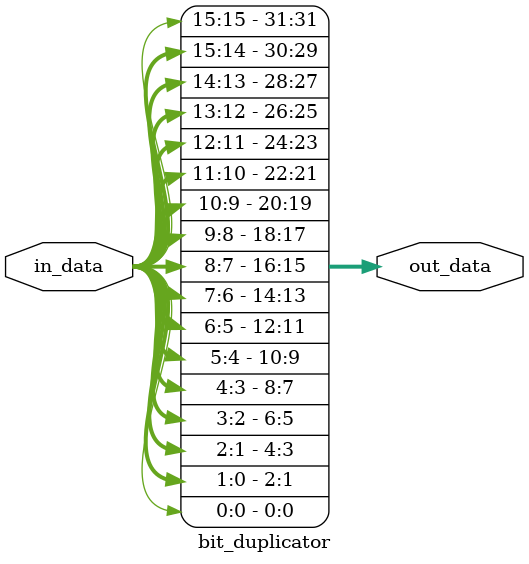
<source format=v>
module ddr_data_recovery (
    input  wire        clk_internal,     // Internal 190 MHz clock
    input  wire        rst,              // Active-high reset
    input  wire        sdr_rxclk,        // DDR clock (64 MHz)
    input  wire        sdr_data,         // DDR data line
    input  wire        clk_out_domain,   // Output clock domain (e.g., 95 MHz)
    output reg  [1:0]  data_out,         // Recovered DDR data: {data_out_0, data_out_1}
    output reg         data_valid        // Strobe signal for new data
);

    // Temporary registers for DDR edge detection
    reg sdr_rxclk_last, data_rising, data_falling;

    // Temporary storage for DDR data
    reg data_rising_capture, data_falling_capture;

    // FIFO signals
    reg [1:0] fifo_data;
    reg       fifo_wr_en, fifo_rd_en;
    wire [1:0] fifo_out;
    wire       fifo_empty, fifo_full;

    // Instantiate the FIFO for clock domain crossing
    fifo_dc_2in_2out fifo_inst (
        .Data(fifo_data),        // Data to write to FIFO
        .WrClock(clk_internal),  // Write clock domain
        .RdClock(clk_out_domain),// Read clock domain
        .WrEn(fifo_wr_en),       // Write enable
        .RdEn(fifo_rd_en),       // Read enable
        .Reset(rst),             // Global reset
        .RPReset(1'b0),          // Reset read pointer (not used here)
        .Q(fifo_out),            // Data read from FIFO
        .Empty(fifo_empty),      // FIFO empty flag
        .Full(fifo_full)         // FIFO full flag
    );

    // Edge detection for sdr_rxclk
    always @(posedge clk_internal or posedge rst) begin
        if (rst) begin
            sdr_rxclk_last <= 1'b0;
            data_rising <= 1'b0;
            data_falling <= 1'b0;
        end else begin
            data_rising <= ~sdr_rxclk_last & sdr_rxclk;  // Rising edge detection
            data_falling <= sdr_rxclk_last & ~sdr_rxclk;// Falling edge detection
            sdr_rxclk_last <= sdr_rxclk;                // Update last clock state
        end
    end

    // Capture data on rising and falling edges
    always @(posedge clk_internal or posedge rst) begin
        if (rst) begin
            data_rising_capture <= 1'b0;
            data_falling_capture <= 1'b0;
            fifo_wr_en <= 1'b0;
        end else begin
            fifo_wr_en <= 1'b0; // Default to no write

            if (data_rising) begin
                data_rising_capture <= sdr_data; // Capture data on rising edge
            end

            if (data_falling) begin
                data_falling_capture <= sdr_data; // Capture data on falling edge

                // Write both rising and falling edge data to FIFO
                if (!fifo_full) begin
                    fifo_data <= {data_rising_capture, sdr_data};
                    fifo_wr_en <= 1'b1; // Write enable on complete DDR data
                end
            end
        end
    end

    // Read data from FIFO and generate strobe
    always @(posedge clk_out_domain or posedge rst) begin
        if (rst) begin
            data_out <= 2'b00;
            data_valid <= 1'b0;
            fifo_rd_en <= 1'b0;
        end else begin
            fifo_rd_en <= !fifo_empty; // Enable read when FIFO is not empty
            data_valid <= !fifo_empty; // Assert valid strobe when data is available

            if (!fifo_empty) begin
                data_out <= fifo_out; // Read data from FIFO
            end
        end
    end

endmodule



module bit_duplicator (
    input  wire [15:0] in_data,   // 16-bit input
    output wire [31:0] out_data   // 32-bit output
);

    // Duplicate each bit
    assign out_data = { {2{in_data[15]}}, {2{in_data[14]}}, {2{in_data[13]}}, {2{in_data[12]}},
                        {2{in_data[11]}}, {2{in_data[10]}}, {2{in_data[9]}},  {2{in_data[8]}},
                        {2{in_data[7]}},  {2{in_data[6]}},  {2{in_data[5]}},  {2{in_data[4]}},
                        {2{in_data[3]}},  {2{in_data[2]}},  {2{in_data[1]}},  {2{in_data[0]}} };

endmodule


</source>
